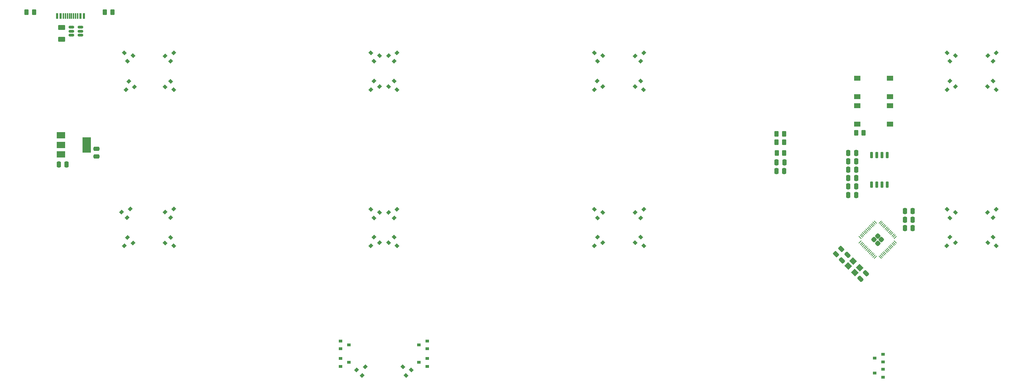
<source format=gbr>
%TF.GenerationSoftware,KiCad,Pcbnew,(6.0.7)*%
%TF.CreationDate,2022-09-06T15:34:49+02:00*%
%TF.ProjectId,rp2040,72703230-3430-42e6-9b69-6361645f7063,Rev1.0*%
%TF.SameCoordinates,Original*%
%TF.FileFunction,Paste,Bot*%
%TF.FilePolarity,Positive*%
%FSLAX46Y46*%
G04 Gerber Fmt 4.6, Leading zero omitted, Abs format (unit mm)*
G04 Created by KiCad (PCBNEW (6.0.7)) date 2022-09-06 15:34:49*
%MOMM*%
%LPD*%
G01*
G04 APERTURE LIST*
G04 Aperture macros list*
%AMRoundRect*
0 Rectangle with rounded corners*
0 $1 Rounding radius*
0 $2 $3 $4 $5 $6 $7 $8 $9 X,Y pos of 4 corners*
0 Add a 4 corners polygon primitive as box body*
4,1,4,$2,$3,$4,$5,$6,$7,$8,$9,$2,$3,0*
0 Add four circle primitives for the rounded corners*
1,1,$1+$1,$2,$3*
1,1,$1+$1,$4,$5*
1,1,$1+$1,$6,$7*
1,1,$1+$1,$8,$9*
0 Add four rect primitives between the rounded corners*
20,1,$1+$1,$2,$3,$4,$5,0*
20,1,$1+$1,$4,$5,$6,$7,0*
20,1,$1+$1,$6,$7,$8,$9,0*
20,1,$1+$1,$8,$9,$2,$3,0*%
%AMRotRect*
0 Rectangle, with rotation*
0 The origin of the aperture is its center*
0 $1 length*
0 $2 width*
0 $3 Rotation angle, in degrees counterclockwise*
0 Add horizontal line*
21,1,$1,$2,0,0,$3*%
G04 Aperture macros list end*
%ADD10RoundRect,0.250000X0.250000X0.475000X-0.250000X0.475000X-0.250000X-0.475000X0.250000X-0.475000X0*%
%ADD11RoundRect,0.250000X-0.625000X0.375000X-0.625000X-0.375000X0.625000X-0.375000X0.625000X0.375000X0*%
%ADD12RotRect,0.900000X0.800000X225.000000*%
%ADD13RoundRect,0.250000X0.413257X0.000000X0.000000X0.413257X-0.413257X0.000000X0.000000X-0.413257X0*%
%ADD14RoundRect,0.050000X0.309359X-0.238649X-0.238649X0.309359X-0.309359X0.238649X0.238649X-0.309359X0*%
%ADD15RoundRect,0.050000X0.309359X0.238649X0.238649X0.309359X-0.309359X-0.238649X-0.238649X-0.309359X0*%
%ADD16RotRect,0.900000X0.800000X45.000000*%
%ADD17RotRect,0.900000X0.800000X135.000000*%
%ADD18RoundRect,0.250000X-0.159099X0.512652X-0.512652X0.159099X0.159099X-0.512652X0.512652X-0.159099X0*%
%ADD19R,0.600000X1.450000*%
%ADD20R,0.300000X1.450000*%
%ADD21RoundRect,0.250000X-0.262500X-0.450000X0.262500X-0.450000X0.262500X0.450000X-0.262500X0.450000X0*%
%ADD22R,0.900000X0.800000*%
%ADD23RoundRect,0.250000X0.262500X0.450000X-0.262500X0.450000X-0.262500X-0.450000X0.262500X-0.450000X0*%
%ADD24RotRect,0.900000X0.800000X315.000000*%
%ADD25RoundRect,0.150000X-0.150000X0.650000X-0.150000X-0.650000X0.150000X-0.650000X0.150000X0.650000X0*%
%ADD26RoundRect,0.250000X-0.250000X-0.475000X0.250000X-0.475000X0.250000X0.475000X-0.250000X0.475000X0*%
%ADD27RoundRect,0.150000X0.512500X0.150000X-0.512500X0.150000X-0.512500X-0.150000X0.512500X-0.150000X0*%
%ADD28RotRect,1.400000X1.200000X315.000000*%
%ADD29RoundRect,0.250000X-0.132583X0.503814X-0.503814X0.132583X0.132583X-0.503814X0.503814X-0.132583X0*%
%ADD30R,2.000000X1.500000*%
%ADD31R,2.000000X3.800000*%
%ADD32R,1.550000X1.300000*%
%ADD33RoundRect,0.250000X-0.475000X0.250000X-0.475000X-0.250000X0.475000X-0.250000X0.475000X0.250000X0*%
G04 APERTURE END LIST*
D10*
%TO.C,C9*%
X244940000Y-90210000D03*
X243040000Y-90210000D03*
%TD*%
D11*
%TO.C,F0*%
X51760000Y-51540000D03*
X51760000Y-54340000D03*
%TD*%
D12*
%TO.C,D12*%
X127715355Y-64551142D03*
X129058858Y-65894645D03*
X126972893Y-66637107D03*
%TD*%
%TO.C,D9*%
X67755355Y-102621142D03*
X69098858Y-103964645D03*
X67012893Y-104707107D03*
%TD*%
D13*
%TO.C,U3*%
X250210000Y-102288439D03*
X249308439Y-103190000D03*
X250210000Y-104091561D03*
X251111561Y-103190000D03*
D14*
X254479157Y-103782202D03*
X254196314Y-104065045D03*
X253913472Y-104347887D03*
X253630629Y-104630730D03*
X253347786Y-104913573D03*
X253064944Y-105196415D03*
X252782101Y-105479258D03*
X252499258Y-105762101D03*
X252216415Y-106044944D03*
X251933573Y-106327786D03*
X251650730Y-106610629D03*
X251367887Y-106893472D03*
X251085045Y-107176314D03*
X250802202Y-107459157D03*
D15*
X249617798Y-107459157D03*
X249334955Y-107176314D03*
X249052113Y-106893472D03*
X248769270Y-106610629D03*
X248486427Y-106327786D03*
X248203585Y-106044944D03*
X247920742Y-105762101D03*
X247637899Y-105479258D03*
X247355056Y-105196415D03*
X247072214Y-104913573D03*
X246789371Y-104630730D03*
X246506528Y-104347887D03*
X246223686Y-104065045D03*
X245940843Y-103782202D03*
D14*
X245940843Y-102597798D03*
X246223686Y-102314955D03*
X246506528Y-102032113D03*
X246789371Y-101749270D03*
X247072214Y-101466427D03*
X247355056Y-101183585D03*
X247637899Y-100900742D03*
X247920742Y-100617899D03*
X248203585Y-100335056D03*
X248486427Y-100052214D03*
X248769270Y-99769371D03*
X249052113Y-99486528D03*
X249334955Y-99203686D03*
X249617798Y-98920843D03*
D15*
X250802202Y-98920843D03*
X251085045Y-99203686D03*
X251367887Y-99486528D03*
X251650730Y-99769371D03*
X251933573Y-100052214D03*
X252216415Y-100335056D03*
X252499258Y-100617899D03*
X252782101Y-100900742D03*
X253064944Y-101183585D03*
X253347786Y-101466427D03*
X253630629Y-101749270D03*
X253913472Y-102032113D03*
X254196314Y-102314955D03*
X254479157Y-102597798D03*
%TD*%
D16*
%TO.C,D36*%
X278284645Y-59738858D03*
X276941142Y-58395355D03*
X279027107Y-57652893D03*
%TD*%
%TO.C,D16*%
X132584645Y-59728858D03*
X131241142Y-58385355D03*
X133327107Y-57642893D03*
%TD*%
D10*
%TO.C,C5*%
X227490000Y-86460000D03*
X225590000Y-86460000D03*
%TD*%
%TO.C,C15*%
X227510000Y-84370000D03*
X225610000Y-84370000D03*
%TD*%
D12*
%TO.C,D7*%
X68135355Y-64596142D03*
X69478858Y-65939645D03*
X67392893Y-66682107D03*
%TD*%
D17*
%TO.C,D33*%
X269128858Y-96525355D03*
X267785355Y-97868858D03*
X267042893Y-95782893D03*
%TD*%
D18*
%TO.C,C2*%
X247361751Y-111398249D03*
X246018249Y-112741751D03*
%TD*%
D12*
%TO.C,D22*%
X182015355Y-64551142D03*
X183358858Y-65894645D03*
X181272893Y-66637107D03*
%TD*%
D16*
%TO.C,D1*%
X78264645Y-59753858D03*
X76921142Y-58410355D03*
X79007107Y-57667893D03*
%TD*%
D18*
%TO.C,C3*%
X242831751Y-106858249D03*
X241488249Y-108201751D03*
%TD*%
D19*
%TO.C,J0*%
X50680000Y-48675000D03*
X51480000Y-48675000D03*
D20*
X52680000Y-48675000D03*
X53680000Y-48675000D03*
X54180000Y-48675000D03*
X55180000Y-48675000D03*
D19*
X56380000Y-48675000D03*
X57180000Y-48675000D03*
X57180000Y-48675000D03*
X56380000Y-48675000D03*
D20*
X55680000Y-48675000D03*
X54680000Y-48675000D03*
X53180000Y-48675000D03*
X52180000Y-48675000D03*
D19*
X51480000Y-48675000D03*
X50680000Y-48675000D03*
%TD*%
D21*
%TO.C,R4*%
X225627500Y-79410000D03*
X227452500Y-79410000D03*
%TD*%
D10*
%TO.C,C10*%
X244940000Y-92270000D03*
X243040000Y-92270000D03*
%TD*%
D22*
%TO.C,D35*%
X251500000Y-131050000D03*
X251500000Y-132950000D03*
X249500000Y-132000000D03*
%TD*%
%TO.C,D15*%
X119625000Y-129775000D03*
X119625000Y-127875000D03*
X121625000Y-128825000D03*
%TD*%
D10*
%TO.C,C8*%
X258700000Y-100350000D03*
X256800000Y-100350000D03*
%TD*%
D21*
%TO.C,R3*%
X225627500Y-77390000D03*
X227452500Y-77390000D03*
%TD*%
D23*
%TO.C,R8*%
X227482500Y-82040000D03*
X225657500Y-82040000D03*
%TD*%
D24*
%TO.C,D27*%
X191201142Y-65894645D03*
X192544645Y-64551142D03*
X193287107Y-66637107D03*
%TD*%
D16*
%TO.C,D28*%
X192564645Y-97858858D03*
X191221142Y-96515355D03*
X193307107Y-95772893D03*
%TD*%
%TO.C,D26*%
X192564645Y-59748858D03*
X191221142Y-58405355D03*
X193307107Y-57662893D03*
%TD*%
D25*
%TO.C,U2*%
X248705000Y-82600000D03*
X249975000Y-82600000D03*
X251245000Y-82600000D03*
X252515000Y-82600000D03*
X252515000Y-89800000D03*
X251245000Y-89800000D03*
X249975000Y-89800000D03*
X248705000Y-89800000D03*
%TD*%
D17*
%TO.C,D13*%
X129058858Y-96555355D03*
X127715355Y-97898858D03*
X126972893Y-95812893D03*
%TD*%
D16*
%TO.C,D18*%
X132584645Y-97898858D03*
X131241142Y-96555355D03*
X133327107Y-95812893D03*
%TD*%
D24*
%TO.C,D19*%
X131241142Y-103924645D03*
X132584645Y-102581142D03*
X133327107Y-104667107D03*
%TD*%
D21*
%TO.C,R6*%
X62267500Y-47750000D03*
X64092500Y-47750000D03*
%TD*%
D24*
%TO.C,D17*%
X131241142Y-65894645D03*
X132584645Y-64551142D03*
X133327107Y-66637107D03*
%TD*%
%TO.C,D29*%
X191241142Y-103924645D03*
X192584645Y-102581142D03*
X193327107Y-104667107D03*
%TD*%
D26*
%TO.C,C1*%
X51080000Y-84850000D03*
X52980000Y-84850000D03*
%TD*%
D27*
%TO.C,U44*%
X56377500Y-51450000D03*
X56377500Y-52400000D03*
X56377500Y-53350000D03*
X54102500Y-53350000D03*
X54102500Y-52400000D03*
X54102500Y-51450000D03*
%TD*%
D23*
%TO.C,R7*%
X45042500Y-47750000D03*
X43217500Y-47750000D03*
%TD*%
D22*
%TO.C,D20*%
X140650000Y-127875000D03*
X140650000Y-129775000D03*
X138650000Y-128825000D03*
%TD*%
D10*
%TO.C,C6*%
X258690000Y-96230000D03*
X256790000Y-96230000D03*
%TD*%
D16*
%TO.C,D5*%
X124814645Y-136228858D03*
X123471142Y-134885355D03*
X125557107Y-134142893D03*
%TD*%
D28*
%TO.C,Y0*%
X244253223Y-108421142D03*
X245808858Y-109976777D03*
X244606777Y-111178858D03*
X243051142Y-109623223D03*
%TD*%
D24*
%TO.C,D2*%
X76921142Y-65939645D03*
X78264645Y-64596142D03*
X79007107Y-66682107D03*
%TD*%
D29*
%TO.C,R5*%
X241355235Y-105444765D03*
X240064765Y-106735235D03*
%TD*%
D30*
%TO.C,U1*%
X51590000Y-82380000D03*
D31*
X57890000Y-80080000D03*
D30*
X51590000Y-80080000D03*
X51590000Y-77780000D03*
%TD*%
D32*
%TO.C,BOOT*%
X245225000Y-70580000D03*
X253175000Y-70580000D03*
X245225000Y-75080000D03*
X253175000Y-75080000D03*
%TD*%
D33*
%TO.C,C4*%
X60230000Y-81030000D03*
X60230000Y-82930000D03*
%TD*%
D24*
%TO.C,D4*%
X76931142Y-103954645D03*
X78274645Y-102611142D03*
X79017107Y-104697107D03*
%TD*%
%TO.C,D37*%
X276931142Y-65894645D03*
X278274645Y-64551142D03*
X279017107Y-66637107D03*
%TD*%
D12*
%TO.C,D24*%
X182035355Y-102581142D03*
X183378858Y-103924645D03*
X181292893Y-104667107D03*
%TD*%
D10*
%TO.C,C7*%
X258690000Y-98290000D03*
X256790000Y-98290000D03*
%TD*%
%TO.C,C14*%
X244960000Y-82030000D03*
X243060000Y-82030000D03*
%TD*%
D17*
%TO.C,D21*%
X183378858Y-58385355D03*
X182035355Y-59728858D03*
X181292893Y-57642893D03*
%TD*%
D10*
%TO.C,C12*%
X244940000Y-86110000D03*
X243040000Y-86110000D03*
%TD*%
D16*
%TO.C,D3*%
X78274645Y-97808858D03*
X76931142Y-96465355D03*
X79017107Y-95722893D03*
%TD*%
D17*
%TO.C,D6*%
X69103858Y-58385355D03*
X67760355Y-59728858D03*
X67017893Y-57642893D03*
%TD*%
D22*
%TO.C,D10*%
X119625000Y-134025000D03*
X119625000Y-132125000D03*
X121625000Y-133075000D03*
%TD*%
D16*
%TO.C,D8*%
X67684645Y-97808858D03*
X66341142Y-96465355D03*
X68427107Y-95722893D03*
%TD*%
D22*
%TO.C,D25*%
X140675000Y-132125000D03*
X140675000Y-134025000D03*
X138675000Y-133075000D03*
%TD*%
D10*
%TO.C,C13*%
X244940000Y-84080000D03*
X243040000Y-84080000D03*
%TD*%
D17*
%TO.C,D30*%
X136803858Y-134885355D03*
X135460355Y-136228858D03*
X134717893Y-134142893D03*
%TD*%
D12*
%TO.C,D34*%
X267765355Y-102581142D03*
X269108858Y-103924645D03*
X267022893Y-104667107D03*
%TD*%
D17*
%TO.C,D31*%
X269118858Y-58395355D03*
X267775355Y-59738858D03*
X267032893Y-57652893D03*
%TD*%
%TO.C,D11*%
X129048858Y-58385355D03*
X127705355Y-59728858D03*
X126962893Y-57642893D03*
%TD*%
D12*
%TO.C,D14*%
X127715355Y-102581142D03*
X129058858Y-103924645D03*
X126972893Y-104667107D03*
%TD*%
D17*
%TO.C,D23*%
X183378858Y-96515355D03*
X182035355Y-97858858D03*
X181292893Y-95772893D03*
%TD*%
D16*
%TO.C,D38*%
X278274645Y-97848858D03*
X276931142Y-96505355D03*
X279017107Y-95762893D03*
%TD*%
D22*
%TO.C,D40*%
X251500000Y-134750000D03*
X251500000Y-136650000D03*
X249500000Y-135700000D03*
%TD*%
D10*
%TO.C,C11*%
X244940000Y-88160000D03*
X243040000Y-88160000D03*
%TD*%
D12*
%TO.C,D32*%
X267785355Y-64551142D03*
X269128858Y-65894645D03*
X267042893Y-66637107D03*
%TD*%
D23*
%TO.C,R1*%
X246792500Y-77170000D03*
X244967500Y-77170000D03*
%TD*%
D24*
%TO.C,D39*%
X276941142Y-103924645D03*
X278284645Y-102581142D03*
X279027107Y-104667107D03*
%TD*%
D32*
%TO.C,RESET*%
X245215000Y-68365000D03*
X253165000Y-68365000D03*
X253165000Y-63865000D03*
X245215000Y-63865000D03*
%TD*%
M02*

</source>
